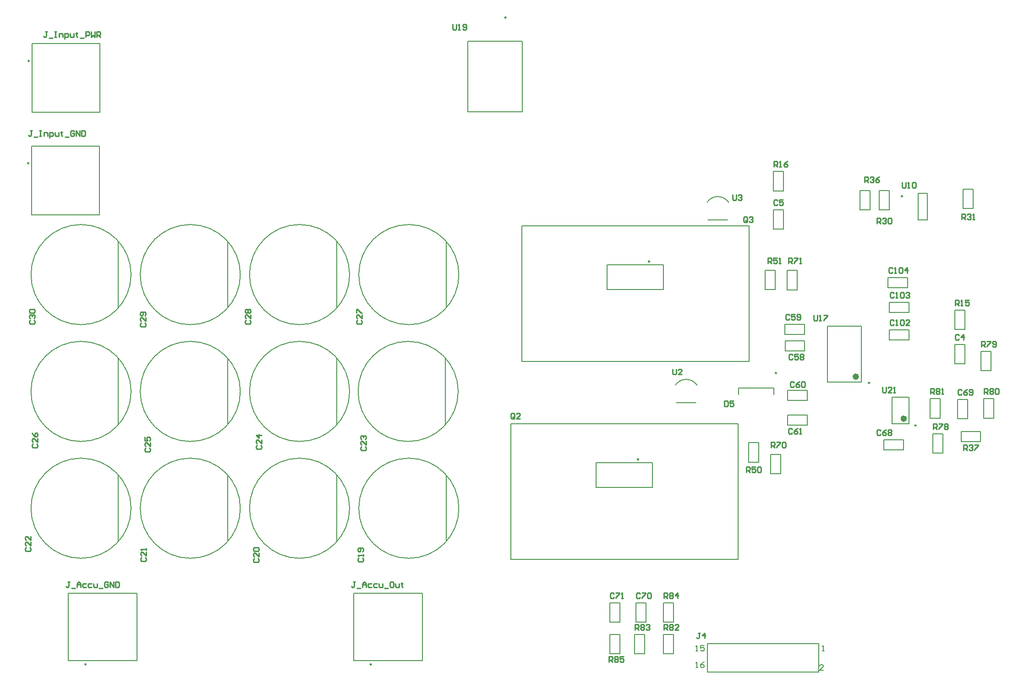
<source format=gto>
G04*
G04 #@! TF.GenerationSoftware,Altium Limited,Altium Designer,21.5.1 (32)*
G04*
G04 Layer_Color=65535*
%FSLAX43Y43*%
%MOMM*%
G71*
G04*
G04 #@! TF.SameCoordinates,33522A81-C26F-4337-840D-2BD66AE4F990*
G04*
G04*
G04 #@! TF.FilePolarity,Positive*
G04*
G01*
G75*
%ADD10C,0.250*%
%ADD11C,0.150*%
%ADD12C,0.600*%
%ADD13C,0.200*%
%ADD14C,0.152*%
%ADD15C,0.254*%
D10*
X167849Y59016D02*
G03*
X167849Y59016I-125J0D01*
G01*
X144382Y79633D02*
G03*
X144382Y79633I-125J0D01*
G01*
X117849Y124707D02*
G03*
X117849Y124707I-125J0D01*
G01*
X142350Y43057D02*
G03*
X142350Y43057I-125J0D01*
G01*
X29751Y116688D02*
G03*
X29751Y116688I-125J0D01*
G01*
X40257Y5166D02*
G03*
X40257Y5166I-125J0D01*
G01*
X185040Y57189D02*
G03*
X185040Y57189I-125J0D01*
G01*
X29675Y97790D02*
G03*
X29675Y97790I-125J0D01*
G01*
X92962Y5166D02*
G03*
X92962Y5166I-125J0D01*
G01*
X191120Y91694D02*
G03*
X191120Y91694I-125J0D01*
G01*
X193619Y49315D02*
G03*
X193619Y49315I-125J0D01*
G01*
D11*
X88930Y34011D02*
G03*
X88930Y34011I-9250J0D01*
G01*
X68737D02*
G03*
X68737Y34011I-9250J0D01*
G01*
X48544D02*
G03*
X48544Y34011I-9250J0D01*
G01*
X68737Y55601D02*
G03*
X68737Y55601I-9250J0D01*
G01*
X108996D02*
G03*
X108996Y55601I-9250J0D01*
G01*
X109123Y77191D02*
G03*
X109123Y77191I-9250J0D01*
G01*
X88930D02*
G03*
X88930Y77191I-9250J0D01*
G01*
X68737D02*
G03*
X68737Y77191I-9250J0D01*
G01*
X48544D02*
G03*
X48544Y77191I-9250J0D01*
G01*
Y55601D02*
G03*
X48544Y55601I-9250J0D01*
G01*
X88930D02*
G03*
X88930Y55601I-9250J0D01*
G01*
X109123Y34011D02*
G03*
X109123Y34011I-9250J0D01*
G01*
D12*
X182765Y58334D02*
G03*
X182765Y58334I-300J0D01*
G01*
X191629Y50570D02*
G03*
X191629Y50570I-300J0D01*
G01*
D13*
X153136Y56758D02*
G03*
X149124Y56758I-2006J-1341D01*
G01*
X158978Y90540D02*
G03*
X154966Y90540I-2006J-1341D01*
G01*
X167354Y55069D02*
Y56216D01*
X160814D02*
X167354D01*
X160814Y55069D02*
Y56216D01*
X120732Y61160D02*
X162732D01*
X120732Y86160D02*
X162732D01*
Y61160D02*
Y86160D01*
X120732Y61160D02*
Y86160D01*
X146932Y74408D02*
Y79008D01*
X136532Y74408D02*
X146932D01*
X136532D02*
Y79008D01*
X146932D01*
X110774Y107242D02*
X120874D01*
Y120342D01*
X110774D02*
X120874D01*
X110774Y107242D02*
Y120342D01*
X134500Y42432D02*
X144900D01*
X134500Y37832D02*
X144900D01*
X134500D02*
Y42432D01*
X160700Y24584D02*
Y49584D01*
X144900Y37832D02*
Y42432D01*
X118700Y49584D02*
X160700D01*
X118700Y24584D02*
X160700D01*
X118700D02*
Y49584D01*
X42776Y107163D02*
Y119862D01*
X30276Y119863D02*
X42776D01*
X30276Y107163D02*
X42776D01*
X30276D02*
Y119863D01*
X86555Y27911D02*
Y40111D01*
X66362Y27911D02*
Y40111D01*
X46169Y27911D02*
Y40111D01*
X49657Y5816D02*
Y18316D01*
X36957D02*
X49657D01*
X36957Y5816D02*
X49657D01*
X36957D02*
Y18316D01*
X169888Y51242D02*
X173488D01*
X169888Y49342D02*
Y51242D01*
X173488Y49342D02*
Y51242D01*
X169888Y49342D02*
X173488D01*
X166690Y43964D02*
X168590D01*
X166690Y40364D02*
Y43964D01*
X168590Y40364D02*
Y43964D01*
X166690Y40364D02*
X168590D01*
X162626Y42512D02*
X164526D01*
Y46112D01*
X162626Y42512D02*
Y46112D01*
X164526D01*
X169904Y55814D02*
X173504D01*
X169904Y53914D02*
Y55814D01*
X173504Y53914D02*
Y55814D01*
X169904Y53914D02*
X173504D01*
X169412Y63058D02*
X173012D01*
Y64958D01*
X169412Y63058D02*
Y64958D01*
X173012D01*
X183465Y57334D02*
Y67634D01*
X177215Y57334D02*
Y67634D01*
Y57334D02*
X183465D01*
X177215Y67634D02*
X183465D01*
X188700Y72070D02*
X192300D01*
Y70170D02*
Y72070D01*
X188700Y70170D02*
Y72070D01*
Y70170D02*
X192300D01*
X188700Y66990D02*
X192300D01*
Y65090D02*
Y66990D01*
X188700Y65090D02*
Y66990D01*
Y65090D02*
X192300D01*
X136972Y7090D02*
X138872D01*
Y10690D01*
X136972Y7090D02*
Y10690D01*
X138872D01*
X146878Y16532D02*
X148778D01*
X146878Y12932D02*
Y16532D01*
X148778Y12932D02*
Y16532D01*
X146878Y12932D02*
X148778D01*
X141544Y10690D02*
X143444D01*
X141544Y7090D02*
Y10690D01*
X143444Y7090D02*
Y10690D01*
X141544Y7090D02*
X143444D01*
X146878Y10690D02*
X148778D01*
X146878Y7090D02*
Y10690D01*
X148778Y7090D02*
Y10690D01*
X146878Y7090D02*
X148778D01*
X196154Y54240D02*
X198054D01*
X196154Y50640D02*
Y54240D01*
X198054Y50640D02*
Y54240D01*
X196154Y50640D02*
X198054D01*
X206060Y50640D02*
X207960D01*
Y54240D01*
X206060Y50640D02*
Y54240D01*
X207960D01*
X205552Y63014D02*
X207452D01*
X205552Y59414D02*
Y63014D01*
X207452Y59414D02*
Y63014D01*
X205552Y59414D02*
X207452D01*
X196662Y44174D02*
X198562D01*
Y47774D01*
X196662Y44174D02*
Y47774D01*
X198562D01*
X169738Y77984D02*
X171638D01*
X169738Y74384D02*
Y77984D01*
X171638Y74384D02*
Y77984D01*
X169738Y74384D02*
X171638D01*
X165674Y74400D02*
X167574D01*
Y78000D01*
X165674Y74400D02*
Y78000D01*
X167574D01*
X205524Y46294D02*
Y48194D01*
X201924D02*
X205524D01*
X201924Y46294D02*
X205524D01*
X201924D02*
Y48194D01*
X183200Y89132D02*
X185100D01*
Y92732D01*
X183200Y89132D02*
Y92732D01*
X185100D01*
X202250Y89386D02*
X204150D01*
Y92986D01*
X202250Y89386D02*
Y92986D01*
X204150D01*
X186756Y89132D02*
X188656D01*
Y92732D01*
X186756Y89132D02*
Y92732D01*
X188656D01*
X167198Y92672D02*
X169098D01*
Y96272D01*
X167198Y92672D02*
Y96272D01*
X169098D01*
X200726Y67034D02*
X202626D01*
Y70634D01*
X200726Y67034D02*
Y70634D01*
X202626D01*
X149320Y53530D02*
X152940D01*
X155162Y87312D02*
X158782D01*
X187684Y46670D02*
X191284D01*
Y44770D02*
Y46670D01*
X187684Y44770D02*
Y46670D01*
Y44770D02*
X191284D01*
X30200Y88265D02*
Y100965D01*
Y88265D02*
X42700D01*
Y100965D01*
X30200Y100965D02*
X42700D01*
X89662Y5816D02*
X102362D01*
Y18316D01*
X89662D02*
X102362D01*
X89662Y5816D02*
Y18316D01*
X201234Y50540D02*
Y54140D01*
X203134D01*
X201234Y50540D02*
X203134D01*
Y54140D01*
X200726Y60684D02*
Y64284D01*
X202626D01*
X200726Y60684D02*
X202626D01*
Y64284D01*
X136972Y12932D02*
Y16532D01*
X138872D01*
X136972Y12932D02*
X138872D01*
Y16532D01*
X141798Y12932D02*
Y16532D01*
X143698D01*
X141798Y12932D02*
X143698D01*
Y16532D01*
X169396Y66106D02*
X172996D01*
X169396D02*
Y68006D01*
X172996Y66106D02*
Y68006D01*
X169396D02*
X172996D01*
X167198Y85592D02*
Y89192D01*
X169098D01*
X167198Y85592D02*
X169098D01*
Y89192D01*
X188446Y74742D02*
X192046D01*
X188446D02*
Y76642D01*
X192046Y74742D02*
Y76642D01*
X188446D02*
X192046D01*
X193969Y92239D02*
X195727D01*
Y87339D02*
Y92239D01*
X193969Y87339D02*
X195727D01*
X193969D02*
Y92239D01*
X192334Y49620D02*
Y54520D01*
X189174Y49620D02*
Y54520D01*
Y49620D02*
X192334D01*
X189174Y54520D02*
X192334D01*
X66362Y49501D02*
Y61701D01*
X106621Y49501D02*
Y61701D01*
X106748Y71091D02*
Y83291D01*
X86555Y71091D02*
Y83291D01*
X66362Y71091D02*
Y83291D01*
X46169Y71091D02*
Y83291D01*
Y49501D02*
Y61701D01*
X86555Y49501D02*
Y61701D01*
X106748Y27911D02*
Y40111D01*
X175664Y3735D02*
Y8965D01*
X155044D02*
X175664D01*
X155044Y3735D02*
X175664D01*
X155044D02*
Y8965D01*
D14*
X152908Y4572D02*
X153247D01*
X153077D01*
Y5588D01*
X152908Y5418D01*
X154432Y5588D02*
X154093Y5418D01*
X153754Y5080D01*
Y4741D01*
X153924Y4572D01*
X154262D01*
X154432Y4741D01*
Y4911D01*
X154262Y5080D01*
X153754D01*
X152908Y7620D02*
X153247D01*
X153077D01*
Y8636D01*
X152908Y8466D01*
X154432Y8636D02*
X153754D01*
Y8128D01*
X154093Y8297D01*
X154262D01*
X154432Y8128D01*
Y7789D01*
X154262Y7620D01*
X153924D01*
X153754Y7789D01*
X176276Y7620D02*
X176615D01*
X176445D01*
Y8636D01*
X176276Y8466D01*
X176445Y4064D02*
X175768D01*
X176445Y4741D01*
Y4910D01*
X176276Y5080D01*
X175937D01*
X175768Y4910D01*
D15*
X33021Y122089D02*
X32683D01*
X32852D01*
Y121243D01*
X32683Y121073D01*
X32514D01*
X32344Y121243D01*
X33360Y120904D02*
X34037D01*
X34376Y122089D02*
X34714D01*
X34545D01*
Y121073D01*
X34376D01*
X34714D01*
X35222D02*
Y121751D01*
X35730D01*
X35899Y121581D01*
Y121073D01*
X36238Y120735D02*
Y121751D01*
X36746D01*
X36915Y121581D01*
Y121243D01*
X36746Y121073D01*
X36238D01*
X37253Y121751D02*
Y121243D01*
X37423Y121073D01*
X37931D01*
Y121751D01*
X38438Y121920D02*
Y121751D01*
X38269D01*
X38608D01*
X38438D01*
Y121243D01*
X38608Y121073D01*
X39116Y120904D02*
X39793D01*
X40131Y121073D02*
Y122089D01*
X40639D01*
X40808Y121920D01*
Y121581D01*
X40639Y121412D01*
X40131D01*
X41147Y122089D02*
Y121073D01*
X41485Y121412D01*
X41824Y121073D01*
Y122089D01*
X42163Y121073D02*
Y122089D01*
X42670D01*
X42840Y121920D01*
Y121581D01*
X42670Y121412D01*
X42163D01*
X42501D02*
X42840Y121073D01*
X30243Y103784D02*
X29904D01*
X30073D01*
Y102938D01*
X29904Y102768D01*
X29735D01*
X29566Y102938D01*
X30581Y102599D02*
X31258D01*
X31597Y103784D02*
X31935D01*
X31766D01*
Y102768D01*
X31597D01*
X31935D01*
X32443D02*
Y103446D01*
X32951D01*
X33120Y103276D01*
Y102768D01*
X33459Y102430D02*
Y103446D01*
X33967D01*
X34136Y103276D01*
Y102938D01*
X33967Y102768D01*
X33459D01*
X34475Y103446D02*
Y102938D01*
X34644Y102768D01*
X35152D01*
Y103446D01*
X35660Y103615D02*
Y103446D01*
X35490D01*
X35829D01*
X35660D01*
Y102938D01*
X35829Y102768D01*
X36337Y102599D02*
X37014D01*
X38030Y103615D02*
X37860Y103784D01*
X37522D01*
X37352Y103615D01*
Y102938D01*
X37522Y102768D01*
X37860D01*
X38030Y102938D01*
Y103276D01*
X37691D01*
X38368Y102768D02*
Y103784D01*
X39045Y102768D01*
Y103784D01*
X39384D02*
Y102768D01*
X39892D01*
X40061Y102938D01*
Y103615D01*
X39892Y103784D01*
X39384D01*
X89907Y20396D02*
X89569D01*
X89738D01*
Y19549D01*
X89569Y19380D01*
X89399D01*
X89230Y19549D01*
X90246Y19211D02*
X90923D01*
X91262Y19380D02*
Y20057D01*
X91600Y20396D01*
X91939Y20057D01*
Y19380D01*
Y19888D01*
X91262D01*
X92954Y20057D02*
X92447D01*
X92277Y19888D01*
Y19549D01*
X92447Y19380D01*
X92954D01*
X93970Y20057D02*
X93462D01*
X93293Y19888D01*
Y19549D01*
X93462Y19380D01*
X93970D01*
X94309Y20057D02*
Y19549D01*
X94478Y19380D01*
X94986D01*
Y20057D01*
X95324Y19211D02*
X96001D01*
X96848Y20396D02*
X96509D01*
X96340Y20227D01*
Y19549D01*
X96509Y19380D01*
X96848D01*
X97017Y19549D01*
Y20227D01*
X96848Y20396D01*
X97356Y20057D02*
Y19549D01*
X97525Y19380D01*
X98033D01*
Y20057D01*
X98541Y20227D02*
Y20057D01*
X98371D01*
X98710D01*
X98541D01*
Y19549D01*
X98710Y19380D01*
X37202Y20396D02*
X36864D01*
X37033D01*
Y19549D01*
X36864Y19380D01*
X36694D01*
X36525Y19549D01*
X37541Y19211D02*
X38218D01*
X38557Y19380D02*
Y20057D01*
X38895Y20396D01*
X39234Y20057D01*
Y19380D01*
Y19888D01*
X38557D01*
X40249Y20057D02*
X39742D01*
X39572Y19888D01*
Y19549D01*
X39742Y19380D01*
X40249D01*
X41265Y20057D02*
X40757D01*
X40588Y19888D01*
Y19549D01*
X40757Y19380D01*
X41265D01*
X41604Y20057D02*
Y19549D01*
X41773Y19380D01*
X42281D01*
Y20057D01*
X42619Y19211D02*
X43296D01*
X44312Y20227D02*
X44143Y20396D01*
X43804D01*
X43635Y20227D01*
Y19549D01*
X43804Y19380D01*
X44143D01*
X44312Y19549D01*
Y19888D01*
X43973D01*
X44651Y19380D02*
Y20396D01*
X45328Y19380D01*
Y20396D01*
X45666D02*
Y19380D01*
X46174D01*
X46343Y19549D01*
Y20227D01*
X46174Y20396D01*
X45666D01*
X107950Y123444D02*
Y122597D01*
X108120Y122428D01*
X108458D01*
X108628Y122597D01*
Y123444D01*
X108966Y122428D02*
X109305D01*
X109135D01*
Y123444D01*
X108966Y123275D01*
X109812Y122597D02*
X109982Y122428D01*
X110320D01*
X110490Y122597D01*
Y123275D01*
X110320Y123444D01*
X109982D01*
X109812Y123275D01*
Y123105D01*
X109982Y122936D01*
X110490D01*
X187376Y56413D02*
Y55567D01*
X187545Y55397D01*
X187884D01*
X188053Y55567D01*
Y56413D01*
X189069Y55397D02*
X188391D01*
X189069Y56075D01*
Y56244D01*
X188899Y56413D01*
X188561D01*
X188391Y56244D01*
X189407Y55397D02*
X189746D01*
X189576D01*
Y56413D01*
X189407Y56244D01*
X174701Y69697D02*
Y68851D01*
X174870Y68682D01*
X175209D01*
X175378Y68851D01*
Y69697D01*
X175717Y68682D02*
X176055D01*
X175886D01*
Y69697D01*
X175717Y69528D01*
X176563Y69697D02*
X177240D01*
Y69528D01*
X176563Y68851D01*
Y68682D01*
X191008Y94208D02*
Y93362D01*
X191177Y93193D01*
X191516D01*
X191685Y93362D01*
Y94208D01*
X192024Y93193D02*
X192362D01*
X192193D01*
Y94208D01*
X192024Y94039D01*
X192870D02*
X193039Y94208D01*
X193378D01*
X193547Y94039D01*
Y93362D01*
X193378Y93193D01*
X193039D01*
X192870Y93362D01*
Y94039D01*
X159682Y91948D02*
Y91101D01*
X159851Y90932D01*
X160189D01*
X160359Y91101D01*
Y91948D01*
X160697Y91779D02*
X160867Y91948D01*
X161205D01*
X161374Y91779D01*
Y91609D01*
X161205Y91440D01*
X161036D01*
X161205D01*
X161374Y91271D01*
Y91101D01*
X161205Y90932D01*
X160867D01*
X160697Y91101D01*
X148590Y59740D02*
Y58894D01*
X148759Y58725D01*
X149098D01*
X149267Y58894D01*
Y59740D01*
X150283Y58725D02*
X149606D01*
X150283Y59402D01*
Y59571D01*
X150114Y59740D01*
X149775D01*
X149606Y59571D01*
X136822Y5588D02*
Y6604D01*
X137330D01*
X137499Y6435D01*
Y6096D01*
X137330Y5927D01*
X136822D01*
X137160D02*
X137499Y5588D01*
X137837Y6435D02*
X138007Y6604D01*
X138345D01*
X138515Y6435D01*
Y6265D01*
X138345Y6096D01*
X138515Y5927D01*
Y5757D01*
X138345Y5588D01*
X138007D01*
X137837Y5757D01*
Y5927D01*
X138007Y6096D01*
X137837Y6265D01*
Y6435D01*
X138007Y6096D02*
X138345D01*
X139530Y6604D02*
X138853D01*
Y6096D01*
X139192Y6265D01*
X139361D01*
X139530Y6096D01*
Y5757D01*
X139361Y5588D01*
X139022D01*
X138853Y5757D01*
X147041Y17399D02*
Y18415D01*
X147548D01*
X147718Y18245D01*
Y17907D01*
X147548Y17738D01*
X147041D01*
X147379D02*
X147718Y17399D01*
X148056Y18245D02*
X148226Y18415D01*
X148564D01*
X148733Y18245D01*
Y18076D01*
X148564Y17907D01*
X148733Y17738D01*
Y17568D01*
X148564Y17399D01*
X148226D01*
X148056Y17568D01*
Y17738D01*
X148226Y17907D01*
X148056Y18076D01*
Y18245D01*
X148226Y17907D02*
X148564D01*
X149580Y17399D02*
Y18415D01*
X149072Y17907D01*
X149749D01*
X141707Y11557D02*
Y12573D01*
X142214D01*
X142384Y12403D01*
Y12065D01*
X142214Y11896D01*
X141707D01*
X142045D02*
X142384Y11557D01*
X142722Y12403D02*
X142892Y12573D01*
X143230D01*
X143399Y12403D01*
Y12234D01*
X143230Y12065D01*
X143399Y11896D01*
Y11726D01*
X143230Y11557D01*
X142892D01*
X142722Y11726D01*
Y11896D01*
X142892Y12065D01*
X142722Y12234D01*
Y12403D01*
X142892Y12065D02*
X143230D01*
X143738Y12403D02*
X143907Y12573D01*
X144246D01*
X144415Y12403D01*
Y12234D01*
X144246Y12065D01*
X144077D01*
X144246D01*
X144415Y11896D01*
Y11726D01*
X144246Y11557D01*
X143907D01*
X143738Y11726D01*
X147041Y11557D02*
Y12573D01*
X147548D01*
X147718Y12403D01*
Y12065D01*
X147548Y11896D01*
X147041D01*
X147379D02*
X147718Y11557D01*
X148056Y12403D02*
X148226Y12573D01*
X148564D01*
X148733Y12403D01*
Y12234D01*
X148564Y12065D01*
X148733Y11896D01*
Y11726D01*
X148564Y11557D01*
X148226D01*
X148056Y11726D01*
Y11896D01*
X148226Y12065D01*
X148056Y12234D01*
Y12403D01*
X148226Y12065D02*
X148564D01*
X149749Y11557D02*
X149072D01*
X149749Y12234D01*
Y12403D01*
X149580Y12573D01*
X149241D01*
X149072Y12403D01*
X196317Y55093D02*
Y56108D01*
X196824D01*
X196994Y55939D01*
Y55600D01*
X196824Y55431D01*
X196317D01*
X196655D02*
X196994Y55093D01*
X197332Y55939D02*
X197502Y56108D01*
X197840D01*
X198009Y55939D01*
Y55770D01*
X197840Y55600D01*
X198009Y55431D01*
Y55262D01*
X197840Y55093D01*
X197502D01*
X197332Y55262D01*
Y55431D01*
X197502Y55600D01*
X197332Y55770D01*
Y55939D01*
X197502Y55600D02*
X197840D01*
X198348Y55093D02*
X198686D01*
X198517D01*
Y56108D01*
X198348Y55939D01*
X206223Y55093D02*
Y56108D01*
X206730D01*
X206900Y55939D01*
Y55600D01*
X206730Y55431D01*
X206223D01*
X206561D02*
X206900Y55093D01*
X207238Y55939D02*
X207408Y56108D01*
X207746D01*
X207915Y55939D01*
Y55770D01*
X207746Y55600D01*
X207915Y55431D01*
Y55262D01*
X207746Y55093D01*
X207408D01*
X207238Y55262D01*
Y55431D01*
X207408Y55600D01*
X207238Y55770D01*
Y55939D01*
X207408Y55600D02*
X207746D01*
X208254Y55939D02*
X208423Y56108D01*
X208762D01*
X208931Y55939D01*
Y55262D01*
X208762Y55093D01*
X208423D01*
X208254Y55262D01*
Y55939D01*
X205715Y63881D02*
Y64897D01*
X206222D01*
X206392Y64727D01*
Y64389D01*
X206222Y64220D01*
X205715D01*
X206053D02*
X206392Y63881D01*
X206730Y64897D02*
X207407D01*
Y64727D01*
X206730Y64050D01*
Y63881D01*
X207746Y64050D02*
X207915Y63881D01*
X208254D01*
X208423Y64050D01*
Y64727D01*
X208254Y64897D01*
X207915D01*
X207746Y64727D01*
Y64558D01*
X207915Y64389D01*
X208423D01*
X196825Y48641D02*
Y49657D01*
X197332D01*
X197502Y49487D01*
Y49149D01*
X197332Y48980D01*
X196825D01*
X197163D02*
X197502Y48641D01*
X197840Y49657D02*
X198517D01*
Y49487D01*
X197840Y48810D01*
Y48641D01*
X198856Y49487D02*
X199025Y49657D01*
X199364D01*
X199533Y49487D01*
Y49318D01*
X199364Y49149D01*
X199533Y48980D01*
Y48810D01*
X199364Y48641D01*
X199025D01*
X198856Y48810D01*
Y48980D01*
X199025Y49149D01*
X198856Y49318D01*
Y49487D01*
X199025Y49149D02*
X199364D01*
X170011Y79232D02*
Y80248D01*
X170519D01*
X170688Y80079D01*
Y79740D01*
X170519Y79571D01*
X170011D01*
X170350D02*
X170688Y79232D01*
X171027Y80248D02*
X171704D01*
Y80079D01*
X171027Y79401D01*
Y79232D01*
X172042D02*
X172381D01*
X172212D01*
Y80248D01*
X172042Y80079D01*
X166794Y45212D02*
Y46228D01*
X167302D01*
X167471Y46059D01*
Y45720D01*
X167302Y45551D01*
X166794D01*
X167132D02*
X167471Y45212D01*
X167809Y46228D02*
X168487D01*
Y46059D01*
X167809Y45381D01*
Y45212D01*
X168825Y46059D02*
X168994Y46228D01*
X169333D01*
X169502Y46059D01*
Y45381D01*
X169333Y45212D01*
X168994D01*
X168825Y45381D01*
Y46059D01*
X166201Y79248D02*
Y80264D01*
X166709D01*
X166878Y80095D01*
Y79756D01*
X166709Y79587D01*
X166201D01*
X166540D02*
X166878Y79248D01*
X167894Y80264D02*
X167217D01*
Y79756D01*
X167555Y79925D01*
X167725D01*
X167894Y79756D01*
Y79417D01*
X167725Y79248D01*
X167386D01*
X167217Y79417D01*
X168232Y79248D02*
X168571D01*
X168402D01*
Y80264D01*
X168232Y80095D01*
X162222Y40640D02*
Y41656D01*
X162730D01*
X162899Y41487D01*
Y41148D01*
X162730Y40979D01*
X162222D01*
X162560D02*
X162899Y40640D01*
X163915Y41656D02*
X163237D01*
Y41148D01*
X163576Y41317D01*
X163745D01*
X163915Y41148D01*
Y40809D01*
X163745Y40640D01*
X163407D01*
X163237Y40809D01*
X164253Y41487D02*
X164422Y41656D01*
X164761D01*
X164930Y41487D01*
Y40809D01*
X164761Y40640D01*
X164422D01*
X164253Y40809D01*
Y41487D01*
X202354Y44704D02*
Y45720D01*
X202862D01*
X203031Y45551D01*
Y45212D01*
X202862Y45043D01*
X202354D01*
X202692D02*
X203031Y44704D01*
X203369Y45551D02*
X203539Y45720D01*
X203877D01*
X204047Y45551D01*
Y45381D01*
X203877Y45212D01*
X203708D01*
X203877D01*
X204047Y45043D01*
Y44873D01*
X203877Y44704D01*
X203539D01*
X203369Y44873D01*
X204385Y45720D02*
X205062D01*
Y45551D01*
X204385Y44873D01*
Y44704D01*
X184066Y94234D02*
Y95250D01*
X184574D01*
X184743Y95081D01*
Y94742D01*
X184574Y94573D01*
X184066D01*
X184404D02*
X184743Y94234D01*
X185081Y95081D02*
X185251Y95250D01*
X185589D01*
X185759Y95081D01*
Y94911D01*
X185589Y94742D01*
X185420D01*
X185589D01*
X185759Y94573D01*
Y94403D01*
X185589Y94234D01*
X185251D01*
X185081Y94403D01*
X186774Y95250D02*
X186436Y95081D01*
X186097Y94742D01*
Y94403D01*
X186266Y94234D01*
X186605D01*
X186774Y94403D01*
Y94573D01*
X186605Y94742D01*
X186097D01*
X202015Y87376D02*
Y88392D01*
X202523D01*
X202692Y88223D01*
Y87884D01*
X202523Y87715D01*
X202015D01*
X202354D02*
X202692Y87376D01*
X203031Y88223D02*
X203200Y88392D01*
X203539D01*
X203708Y88223D01*
Y88053D01*
X203539Y87884D01*
X203369D01*
X203539D01*
X203708Y87715D01*
Y87545D01*
X203539Y87376D01*
X203200D01*
X203031Y87545D01*
X204046Y87376D02*
X204385D01*
X204216D01*
Y88392D01*
X204046Y88223D01*
X186352Y86614D02*
Y87630D01*
X186860D01*
X187029Y87461D01*
Y87122D01*
X186860Y86953D01*
X186352D01*
X186690D02*
X187029Y86614D01*
X187367Y87461D02*
X187537Y87630D01*
X187875D01*
X188045Y87461D01*
Y87291D01*
X187875Y87122D01*
X187706D01*
X187875D01*
X188045Y86953D01*
Y86783D01*
X187875Y86614D01*
X187537D01*
X187367Y86783D01*
X188383Y87461D02*
X188552Y87630D01*
X188891D01*
X189060Y87461D01*
Y86783D01*
X188891Y86614D01*
X188552D01*
X188383Y86783D01*
Y87461D01*
X167361Y97130D02*
Y98145D01*
X167868D01*
X168038Y97976D01*
Y97637D01*
X167868Y97468D01*
X167361D01*
X167699D02*
X168038Y97130D01*
X168376D02*
X168715D01*
X168546D01*
Y98145D01*
X168376Y97976D01*
X169900Y98145D02*
X169561Y97976D01*
X169223Y97637D01*
Y97299D01*
X169392Y97130D01*
X169730D01*
X169900Y97299D01*
Y97468D01*
X169730Y97637D01*
X169223D01*
X200889Y71501D02*
Y72517D01*
X201396D01*
X201566Y72347D01*
Y72009D01*
X201396Y71840D01*
X200889D01*
X201227D02*
X201566Y71501D01*
X201904D02*
X202243D01*
X202074D01*
Y72517D01*
X201904Y72347D01*
X203428Y72517D02*
X202751D01*
Y72009D01*
X203089Y72178D01*
X203258D01*
X203428Y72009D01*
Y71670D01*
X203258Y71501D01*
X202920D01*
X202751Y71670D01*
X162391Y87037D02*
Y87715D01*
X162221Y87884D01*
X161883D01*
X161714Y87715D01*
Y87037D01*
X161883Y86868D01*
X162221D01*
X162052Y87207D02*
X162391Y86868D01*
X162221D02*
X162391Y87037D01*
X162729Y87715D02*
X162899Y87884D01*
X163237D01*
X163406Y87715D01*
Y87545D01*
X163237Y87376D01*
X163068D01*
X163237D01*
X163406Y87207D01*
Y87037D01*
X163237Y86868D01*
X162899D01*
X162729Y87037D01*
X119422Y50715D02*
Y51392D01*
X119253Y51562D01*
X118914D01*
X118745Y51392D01*
Y50715D01*
X118914Y50546D01*
X119253D01*
X119084Y50885D02*
X119422Y50546D01*
X119253D02*
X119422Y50715D01*
X120438Y50546D02*
X119761D01*
X120438Y51223D01*
Y51392D01*
X120269Y51562D01*
X119930D01*
X119761Y51392D01*
X153687Y10972D02*
X153348D01*
X153517D01*
Y10126D01*
X153348Y9957D01*
X153179D01*
X153010Y10126D01*
X154533Y9957D02*
Y10972D01*
X154025Y10465D01*
X154702D01*
X158158Y53848D02*
Y52832D01*
X158665D01*
X158835Y53001D01*
Y53679D01*
X158665Y53848D01*
X158158D01*
X159850D02*
X159173D01*
Y53340D01*
X159512Y53509D01*
X159681D01*
X159850Y53340D01*
Y53001D01*
X159681Y52832D01*
X159343D01*
X159173Y53001D01*
X189272Y78342D02*
X189103Y78511D01*
X188764D01*
X188595Y78342D01*
Y77665D01*
X188764Y77495D01*
X189103D01*
X189272Y77665D01*
X189611Y77495D02*
X189949D01*
X189780D01*
Y78511D01*
X189611Y78342D01*
X190457D02*
X190626Y78511D01*
X190965D01*
X191134Y78342D01*
Y77665D01*
X190965Y77495D01*
X190626D01*
X190457Y77665D01*
Y78342D01*
X191981Y77495D02*
Y78511D01*
X191473Y78003D01*
X192150D01*
X189526Y73770D02*
X189357Y73939D01*
X189018D01*
X188849Y73770D01*
Y73093D01*
X189018Y72923D01*
X189357D01*
X189526Y73093D01*
X189865Y72923D02*
X190203D01*
X190034D01*
Y73939D01*
X189865Y73770D01*
X190711D02*
X190880Y73939D01*
X191219D01*
X191388Y73770D01*
Y73093D01*
X191219Y72923D01*
X190880D01*
X190711Y73093D01*
Y73770D01*
X191727D02*
X191896Y73939D01*
X192235D01*
X192404Y73770D01*
Y73601D01*
X192235Y73431D01*
X192065D01*
X192235D01*
X192404Y73262D01*
Y73093D01*
X192235Y72923D01*
X191896D01*
X191727Y73093D01*
X189526Y68690D02*
X189357Y68859D01*
X189018D01*
X188849Y68690D01*
Y68013D01*
X189018Y67843D01*
X189357D01*
X189526Y68013D01*
X189865Y67843D02*
X190203D01*
X190034D01*
Y68859D01*
X189865Y68690D01*
X190711D02*
X190880Y68859D01*
X191219D01*
X191388Y68690D01*
Y68013D01*
X191219Y67843D01*
X190880D01*
X190711Y68013D01*
Y68690D01*
X192404Y67843D02*
X191727D01*
X192404Y68521D01*
Y68690D01*
X192235Y68859D01*
X191896D01*
X191727Y68690D01*
X137812Y18245D02*
X137642Y18415D01*
X137304D01*
X137135Y18245D01*
Y17568D01*
X137304Y17399D01*
X137642D01*
X137812Y17568D01*
X138150Y18415D02*
X138827D01*
Y18245D01*
X138150Y17568D01*
Y17399D01*
X139166D02*
X139505D01*
X139335D01*
Y18415D01*
X139166Y18245D01*
X142638D02*
X142468Y18415D01*
X142130D01*
X141961Y18245D01*
Y17568D01*
X142130Y17399D01*
X142468D01*
X142638Y17568D01*
X142976Y18415D02*
X143653D01*
Y18245D01*
X142976Y17568D01*
Y17399D01*
X143992Y18245D02*
X144161Y18415D01*
X144500D01*
X144669Y18245D01*
Y17568D01*
X144500Y17399D01*
X144161D01*
X143992Y17568D01*
Y18245D01*
X202074Y55837D02*
X201904Y56007D01*
X201566D01*
X201397Y55837D01*
Y55160D01*
X201566Y54991D01*
X201904D01*
X202074Y55160D01*
X203089Y56007D02*
X202751Y55837D01*
X202412Y55499D01*
Y55160D01*
X202582Y54991D01*
X202920D01*
X203089Y55160D01*
Y55330D01*
X202920Y55499D01*
X202412D01*
X203428Y55160D02*
X203597Y54991D01*
X203936D01*
X204105Y55160D01*
Y55837D01*
X203936Y56007D01*
X203597D01*
X203428Y55837D01*
Y55668D01*
X203597Y55499D01*
X204105D01*
X187029Y48345D02*
X186860Y48514D01*
X186521D01*
X186352Y48345D01*
Y47667D01*
X186521Y47498D01*
X186860D01*
X187029Y47667D01*
X188045Y48514D02*
X187706Y48345D01*
X187367Y48006D01*
Y47667D01*
X187537Y47498D01*
X187875D01*
X188045Y47667D01*
Y47837D01*
X187875Y48006D01*
X187367D01*
X188383Y48345D02*
X188552Y48514D01*
X188891D01*
X189060Y48345D01*
Y48175D01*
X188891Y48006D01*
X189060Y47837D01*
Y47667D01*
X188891Y47498D01*
X188552D01*
X188383Y47667D01*
Y47837D01*
X188552Y48006D01*
X188383Y48175D01*
Y48345D01*
X188552Y48006D02*
X188891D01*
X170688Y48599D02*
X170519Y48768D01*
X170180D01*
X170011Y48599D01*
Y47921D01*
X170180Y47752D01*
X170519D01*
X170688Y47921D01*
X171704Y48768D02*
X171365Y48599D01*
X171027Y48260D01*
Y47921D01*
X171196Y47752D01*
X171535D01*
X171704Y47921D01*
Y48091D01*
X171535Y48260D01*
X171027D01*
X172042Y47752D02*
X172381D01*
X172212D01*
Y48768D01*
X172042Y48599D01*
X171027Y57235D02*
X170858Y57404D01*
X170519D01*
X170350Y57235D01*
Y56557D01*
X170519Y56388D01*
X170858D01*
X171027Y56557D01*
X172043Y57404D02*
X171704Y57235D01*
X171365Y56896D01*
Y56557D01*
X171535Y56388D01*
X171873D01*
X172043Y56557D01*
Y56727D01*
X171873Y56896D01*
X171365D01*
X172381Y57235D02*
X172550Y57404D01*
X172889D01*
X173058Y57235D01*
Y56557D01*
X172889Y56388D01*
X172550D01*
X172381Y56557D01*
Y57235D01*
X170222Y69706D02*
X170053Y69875D01*
X169714D01*
X169545Y69706D01*
Y69029D01*
X169714Y68859D01*
X170053D01*
X170222Y69029D01*
X171238Y69875D02*
X170561D01*
Y69367D01*
X170899Y69537D01*
X171069D01*
X171238Y69367D01*
Y69029D01*
X171069Y68859D01*
X170730D01*
X170561Y69029D01*
X171576D02*
X171746Y68859D01*
X172084D01*
X172253Y69029D01*
Y69706D01*
X172084Y69875D01*
X171746D01*
X171576Y69706D01*
Y69537D01*
X171746Y69367D01*
X172253D01*
X170789Y62315D02*
X170620Y62484D01*
X170281D01*
X170112Y62315D01*
Y61637D01*
X170281Y61468D01*
X170620D01*
X170789Y61637D01*
X171805Y62484D02*
X171127D01*
Y61976D01*
X171466Y62145D01*
X171635D01*
X171805Y61976D01*
Y61637D01*
X171635Y61468D01*
X171297D01*
X171127Y61637D01*
X172143Y62315D02*
X172312Y62484D01*
X172651D01*
X172820Y62315D01*
Y62145D01*
X172651Y61976D01*
X172820Y61807D01*
Y61637D01*
X172651Y61468D01*
X172312D01*
X172143Y61637D01*
Y61807D01*
X172312Y61976D01*
X172143Y62145D01*
Y62315D01*
X172312Y61976D02*
X172651D01*
X29938Y68766D02*
X29769Y68597D01*
Y68259D01*
X29938Y68089D01*
X30615D01*
X30785Y68259D01*
Y68597D01*
X30615Y68766D01*
X29938Y69105D02*
X29769Y69274D01*
Y69613D01*
X29938Y69782D01*
X30108D01*
X30277Y69613D01*
Y69444D01*
Y69613D01*
X30446Y69782D01*
X30615D01*
X30785Y69613D01*
Y69274D01*
X30615Y69105D01*
X29938Y70121D02*
X29769Y70290D01*
Y70629D01*
X29938Y70798D01*
X30615D01*
X30785Y70629D01*
Y70290D01*
X30615Y70121D01*
X29938D01*
X50385Y68258D02*
X50216Y68089D01*
Y67751D01*
X50385Y67581D01*
X51062D01*
X51232Y67751D01*
Y68089D01*
X51062Y68258D01*
X51232Y69274D02*
Y68597D01*
X50555Y69274D01*
X50385D01*
X50216Y69105D01*
Y68766D01*
X50385Y68597D01*
X51062Y69613D02*
X51232Y69782D01*
Y70121D01*
X51062Y70290D01*
X50385D01*
X50216Y70121D01*
Y69782D01*
X50385Y69613D01*
X50555D01*
X50724Y69782D01*
Y70290D01*
X69816Y68766D02*
X69647Y68597D01*
Y68259D01*
X69816Y68089D01*
X70493D01*
X70663Y68259D01*
Y68597D01*
X70493Y68766D01*
X70663Y69782D02*
Y69105D01*
X69986Y69782D01*
X69816D01*
X69647Y69613D01*
Y69274D01*
X69816Y69105D01*
Y70121D02*
X69647Y70290D01*
Y70629D01*
X69816Y70798D01*
X69986D01*
X70155Y70629D01*
X70324Y70798D01*
X70493D01*
X70663Y70629D01*
Y70290D01*
X70493Y70121D01*
X70324D01*
X70155Y70290D01*
X69986Y70121D01*
X69816D01*
X70155Y70290D02*
Y70629D01*
X90390Y68766D02*
X90221Y68597D01*
Y68259D01*
X90390Y68089D01*
X91067D01*
X91237Y68259D01*
Y68597D01*
X91067Y68766D01*
X91237Y69782D02*
Y69105D01*
X90560Y69782D01*
X90390D01*
X90221Y69613D01*
Y69274D01*
X90390Y69105D01*
X90221Y70121D02*
Y70798D01*
X90390D01*
X91067Y70121D01*
X91237D01*
X30446Y45906D02*
X30277Y45737D01*
Y45399D01*
X30446Y45229D01*
X31123D01*
X31293Y45399D01*
Y45737D01*
X31123Y45906D01*
X31293Y46922D02*
Y46245D01*
X30616Y46922D01*
X30446D01*
X30277Y46753D01*
Y46414D01*
X30446Y46245D01*
X30277Y47938D02*
X30446Y47599D01*
X30785Y47261D01*
X31123D01*
X31293Y47430D01*
Y47769D01*
X31123Y47938D01*
X30954D01*
X30785Y47769D01*
Y47261D01*
X51274Y45144D02*
X51105Y44975D01*
Y44637D01*
X51274Y44467D01*
X51951D01*
X52121Y44637D01*
Y44975D01*
X51951Y45144D01*
X52121Y46160D02*
Y45483D01*
X51444Y46160D01*
X51274D01*
X51105Y45991D01*
Y45652D01*
X51274Y45483D01*
X51105Y47176D02*
Y46499D01*
X51613D01*
X51444Y46837D01*
Y47007D01*
X51613Y47176D01*
X51951D01*
X52121Y47007D01*
Y46668D01*
X51951Y46499D01*
X71848Y45652D02*
X71679Y45483D01*
Y45145D01*
X71848Y44975D01*
X72525D01*
X72695Y45145D01*
Y45483D01*
X72525Y45652D01*
X72695Y46668D02*
Y45991D01*
X72018Y46668D01*
X71848D01*
X71679Y46499D01*
Y46160D01*
X71848Y45991D01*
X72695Y47515D02*
X71679D01*
X72187Y47007D01*
Y47684D01*
X91152Y45398D02*
X90983Y45229D01*
Y44891D01*
X91152Y44721D01*
X91829D01*
X91999Y44891D01*
Y45229D01*
X91829Y45398D01*
X91999Y46414D02*
Y45737D01*
X91322Y46414D01*
X91152D01*
X90983Y46245D01*
Y45906D01*
X91152Y45737D01*
Y46753D02*
X90983Y46922D01*
Y47261D01*
X91152Y47430D01*
X91322D01*
X91491Y47261D01*
Y47091D01*
Y47261D01*
X91660Y47430D01*
X91829D01*
X91999Y47261D01*
Y46922D01*
X91829Y46753D01*
X29125Y26755D02*
X28956Y26586D01*
Y26247D01*
X29125Y26078D01*
X29803D01*
X29972Y26247D01*
Y26586D01*
X29803Y26755D01*
X29972Y27771D02*
Y27093D01*
X29295Y27771D01*
X29125D01*
X28956Y27601D01*
Y27263D01*
X29125Y27093D01*
X29972Y28786D02*
Y28109D01*
X29295Y28786D01*
X29125D01*
X28956Y28617D01*
Y28278D01*
X29125Y28109D01*
X50461Y24892D02*
X50292Y24723D01*
Y24384D01*
X50461Y24215D01*
X51139D01*
X51308Y24384D01*
Y24723D01*
X51139Y24892D01*
X51308Y25908D02*
Y25231D01*
X50631Y25908D01*
X50461D01*
X50292Y25739D01*
Y25400D01*
X50461Y25231D01*
X51308Y26246D02*
Y26585D01*
Y26416D01*
X50292D01*
X50461Y26246D01*
X71289Y24723D02*
X71120Y24554D01*
Y24215D01*
X71289Y24046D01*
X71967D01*
X72136Y24215D01*
Y24554D01*
X71967Y24723D01*
X72136Y25739D02*
Y25061D01*
X71459Y25739D01*
X71289D01*
X71120Y25569D01*
Y25231D01*
X71289Y25061D01*
Y26077D02*
X71120Y26246D01*
Y26585D01*
X71289Y26754D01*
X71967D01*
X72136Y26585D01*
Y26246D01*
X71967Y26077D01*
X71289D01*
X90593Y24808D02*
X90424Y24638D01*
Y24300D01*
X90593Y24130D01*
X91271D01*
X91440Y24300D01*
Y24638D01*
X91271Y24808D01*
X91440Y25146D02*
Y25485D01*
Y25315D01*
X90424D01*
X90593Y25146D01*
X91271Y25992D02*
X91440Y26162D01*
Y26500D01*
X91271Y26670D01*
X90593D01*
X90424Y26500D01*
Y26162D01*
X90593Y25992D01*
X90763D01*
X90932Y26162D01*
Y26670D01*
X168038Y90889D02*
X167868Y91059D01*
X167530D01*
X167361Y90889D01*
Y90212D01*
X167530Y90043D01*
X167868D01*
X168038Y90212D01*
X169053Y91059D02*
X168376D01*
Y90551D01*
X168715Y90720D01*
X168884D01*
X169053Y90551D01*
Y90212D01*
X168884Y90043D01*
X168546D01*
X168376Y90212D01*
X201566Y65997D02*
X201396Y66167D01*
X201058D01*
X200889Y65997D01*
Y65320D01*
X201058Y65151D01*
X201396D01*
X201566Y65320D01*
X202412Y65151D02*
Y66167D01*
X201904Y65659D01*
X202581D01*
M02*

</source>
